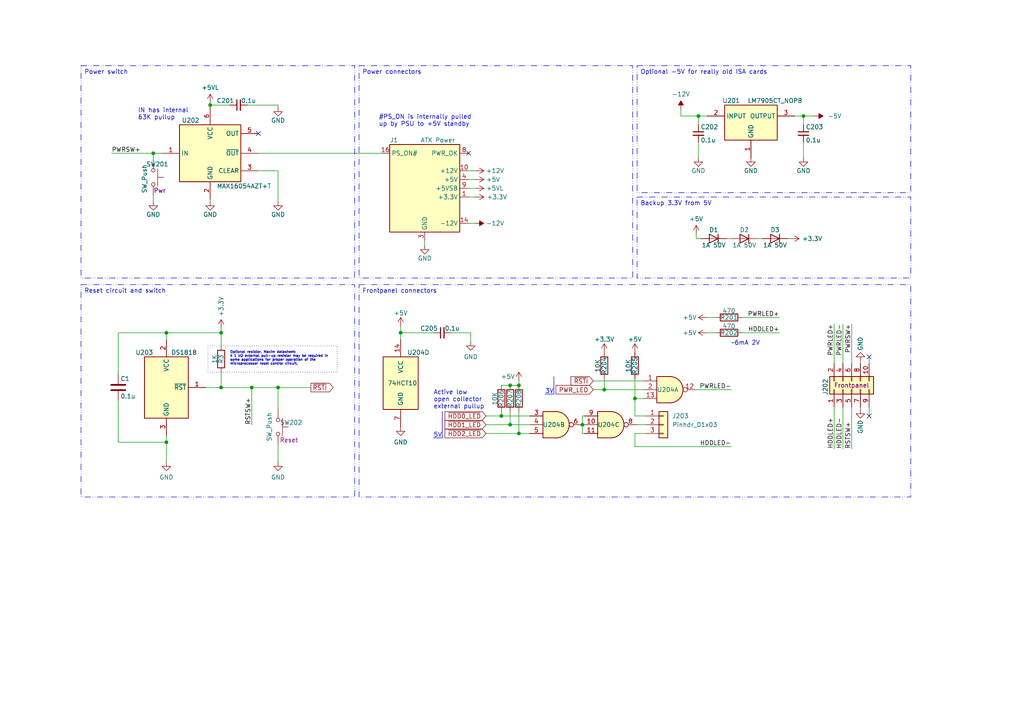
<source format=kicad_sch>
(kicad_sch (version 20230121) (generator eeschema)
  (paper "A4")
  (title_block (title "Raven 68060") (date "2024") (rev "A0") (company "Licensed under CERN-OHL-W v2") (comment 1 "(c)2024 Anders Granlund"))
  (lib_symbols
    (symbol "68k:ATX_pwr24"
      (property "Reference" "J" (at -8.89 13.97 0))
      (property "Value" "ATX Power" (at 3.81 13.97 0))
      (symbol "ATX_pwr24_0_1"
        (rectangle (start -10.16 12.7) (end 10.16 -12.7) (stroke (width 0.254)) (fill (type background)))
      )
      (symbol "ATX_pwr24_1_1"
        (pin power_out line (at 12.7 -2.54 180) (length 2.54) (name "+3.3V") (number "1"))
        (pin power_out line (at 12.7 5.08 180) (length 2.54) (name "+12V") (number "10"))
        (pin passive line (at 12.7 5.08 180) (length 2.54) hide (name "+12V") (number "11"))
        (pin passive line (at 12.7 -2.54 180) (length 2.54) hide (name "+3.3V") (number "12"))
        (pin passive line (at 12.7 -2.54 180) (length 2.54) hide (name "+3.3V") (number "13"))
        (pin power_out line (at 12.7 -10.16 180) (length 2.54) (name "-12V") (number "14"))
        (pin passive line (at 0 -15.24 90) (length 2.54) hide (name "GND") (number "15"))
        (pin open_collector line (at -12.7 10.16 0) (length 2.54) (name "PS_ON#") (number "16"))
        (pin passive line (at 0 -15.24 90) (length 2.54) hide (name "GND") (number "17"))
        (pin passive line (at 0 -15.24 90) (length 2.54) hide (name "GND") (number "18"))
        (pin passive line (at 0 -15.24 90) (length 2.54) hide (name "GND") (number "19"))
        (pin passive line (at 12.7 -2.54 180) (length 2.54) hide (name "+3.3V") (number "2"))
        (pin no_connect line (at -10.16 0 0) (length 2.54) hide (name "NC") (number "20"))
        (pin passive line (at 12.7 2.54 180) (length 2.54) hide (name "+5V") (number "21"))
        (pin passive line (at 12.7 2.54 180) (length 2.54) hide (name "+5V") (number "22"))
        (pin passive line (at 12.7 2.54 180) (length 2.54) hide (name "+5V") (number "23"))
        (pin passive line (at 0 -15.24 90) (length 2.54) hide (name "GND") (number "24"))
        (pin power_out line (at 0 -15.24 90) (length 2.54) (name "GND") (number "3"))
        (pin power_out line (at 12.7 2.54 180) (length 2.54) (name "+5V") (number "4"))
        (pin passive line (at 0 -15.24 90) (length 2.54) hide (name "GND") (number "5"))
        (pin passive line (at 12.7 2.54 180) (length 2.54) hide (name "+5V") (number "6"))
        (pin passive line (at 0 -15.24 90) (length 2.54) hide (name "GND") (number "7"))
        (pin output line (at 12.7 10.16 180) (length 2.54) (name "PWR_OK") (number "8"))
        (pin power_out line (at 12.7 0 180) (length 2.54) (name "+5VSB") (number "9"))
      )
    )
    (symbol "68k:DS1818-10+T&R"
      (property "Reference" "U" (at 5.08 5.08 0))
      (property "Value" "DS1818" (at 6.35 -10.16 90))
      (symbol "DS1818-10+T&R_1_1"
        (rectangle (start 5.08 2.54) (end 17.78 -15.24) (stroke (width 0.254)) (fill (type background)))
        (pin open_collector line (at 22.86 -6.35 180) (length 5.08) (name "~{RST}") (number "1"))
        (pin power_in line (at 11.43 7.62 270) (length 5.08) (name "VCC") (number "2"))
        (pin power_in line (at 11.43 -20.32 90) (length 5.08) (name "GND") (number "3"))
      )
    )
    (symbol "68k:LM7905CT_NOPB"
      (property "Reference" "U" (at 21.59 7.62 0))
      (property "Value" "LM7905CT_NOPB" (at 21.59 5.08 0))
      (symbol "LM7905CT_NOPB_1_1"
        (rectangle (start 5.08 2.54) (end 20.32 -7.62) (stroke (width 0.254)) (fill (type background)))
        (pin passive line (at 12.7 -12.7 90) (length 5.08) (name "GND") (number "1"))
        (pin passive line (at 0 -0.635 0) (length 5.08) (name "INPUT") (number "2"))
        (pin passive line (at 25.4 -0.635 180) (length 5.08) (name "OUTPUT") (number "3"))
      )
    )
    (symbol "68k:MAX16054AZT+T"
      (property "Reference" "U" (at 26.67 7.62 0))
      (property "Value" "MAX16054AZT+T" (at 26.67 5.08 0))
      (symbol "MAX16054AZT+T_1_1"
        (rectangle (start 7.62 2.54) (end 25.4 -13.97) (stroke (width 0.254)) (fill (type background)))
        (pin passive line (at 2.54 -5.715 0) (length 5.08) (name "IN") (number "1"))
        (pin passive line (at 16.51 -19.05 90) (length 5.08) (name "GND") (number "2"))
        (pin passive line (at 30.48 -10.795 180) (length 5.08) (name "CLEAR") (number "3"))
        (pin passive line (at 30.48 -5.715 180) (length 5.08) (name "~{OUT}") (number "4"))
        (pin passive line (at 30.48 0 180) (length 5.08) (name "OUT") (number "5"))
        (pin passive line (at 16.51 7.62 270) (length 5.08) (name "VCC") (number "6"))
      )
    )
    (symbol "68k:c_100nf_smd1206" (pin_numbers hide) (pin_names (offset 0.254) hide)
      (property "Reference" "C" (at 0.635 1.905 0))
      (property "Value" "0.1u" (at 0.635 -1.905 0))
      (symbol "c_100nf_smd1206_0_1"
        (polyline (pts (xy -1.524 -0.508) (xy 1.524 -0.508)) (stroke (width 0.3302)))
        (polyline (pts (xy -1.524 0.508) (xy 1.524 0.508)) (stroke (width 0.3048)))
      )
      (symbol "c_100nf_smd1206_1_1"
        (pin passive line (at 0 2.54 270) (length 2.032) (name "~") (number "1"))
        (pin passive line (at 0 -2.54 90) (length 2.032) (name "~") (number "2"))
      )
    )
    (symbol "68k:d_1n4001_smd123f" (pin_numbers hide) (pin_names (offset 1.016) hide)
      (property "Reference" "D" (at 0 2.54 0))
      (property "Value" "1A 50V" (at 0 -2.54 0))
      (symbol "d_1n4001_smd123f_0_1"
        (polyline (pts (xy -1.27 1.27) (xy -1.27 -1.27)) (stroke (width 0.254)))
        (polyline (pts (xy 1.27 0) (xy -1.27 0)))
        (polyline (pts (xy 1.27 1.27) (xy 1.27 -1.27) (xy -1.27 0) (xy 1.27 1.27)) (stroke (width 0.254)))
      )
      (symbol "d_1n4001_smd123f_1_1"
        (pin passive line (at -3.81 0 0) (length 2.54) (name "K") (number "1"))
        (pin passive line (at 3.81 0 180) (length 2.54) (name "A") (number "2"))
      )
    )
    (symbol "74xx:74LS10" (pin_names (offset 1.016))
      (property "Reference" "U" (at 0 1.27 0))
      (property "Value" "74LS10" (at 0 -1.27 0))
      (symbol "74LS10_1_1"
        (arc (start 0 -3.81) (mid 3.7934 0) (end 0 3.81) (stroke (width 0.254)) (fill (type background)))
        (polyline (pts (xy 0 3.81) (xy -3.81 3.81) (xy -3.81 -3.81) (xy 0 -3.81)) (stroke (width 0.254)) (fill (type background)))
        (pin input line (at -7.62 2.54 0) (length 3.81) (name "~") (number "1"))
        (pin output inverted (at 7.62 0 180) (length 3.81) (name "~") (number "12"))
        (pin input line (at -7.62 -2.54 0) (length 3.81) (name "~") (number "13"))
        (pin input line (at -7.62 0 0) (length 3.81) (name "~") (number "2"))
      )
      (symbol "74LS10_1_2"
        (arc (start -3.81 -3.81) (mid -2.589 0) (end -3.81 3.81) (stroke (width 0.254)))
        (arc (start -0.6096 -3.81) (mid 2.1842 -2.5851) (end 3.81 0) (stroke (width 0.254)) (fill (type background)))
        (polyline (pts (xy -3.81 -3.81) (xy -0.635 -3.81)) (stroke (width 0.254)) (fill (type background)))
        (polyline (pts (xy -3.81 3.81) (xy -0.635 3.81)) (stroke (width 0.254)) (fill (type background)))
        (polyline (pts (xy -0.635 3.81) (xy -3.81 3.81) (xy -3.81 3.81) (xy -3.556 3.4036) (xy -3.0226 2.2606) (xy -2.6924 1.0414) (xy -2.6162 -0.254) (xy -2.7686 -1.4986) (xy -3.175 -2.7178) (xy -3.81 -3.81) (xy -3.81 -3.81) (xy -0.635 -3.81)) (stroke (width -25.4)) (fill (type background)))
        (arc (start 3.81 0) (mid 2.1915 2.5936) (end -0.6096 3.81) (stroke (width 0.254)) (fill (type background)))
        (pin input inverted (at -7.62 2.54 0) (length 4.318) (name "~") (number "1"))
        (pin output line (at 7.62 0 180) (length 3.81) (name "~") (number "12"))
        (pin input inverted (at -7.62 -2.54 0) (length 4.318) (name "~") (number "13"))
        (pin input inverted (at -7.62 0 0) (length 4.953) (name "~") (number "2"))
      )
      (symbol "74LS10_2_1"
        (arc (start 0 -3.81) (mid 3.7934 0) (end 0 3.81) (stroke (width 0.254)) (fill (type background)))
        (polyline (pts (xy 0 3.81) (xy -3.81 3.81) (xy -3.81 -3.81) (xy 0 -3.81)) (stroke (width 0.254)) (fill (type background)))
        (pin input line (at -7.62 2.54 0) (length 3.81) (name "~") (number "3"))
        (pin input line (at -7.62 0 0) (length 3.81) (name "~") (number "4"))
        (pin input line (at -7.62 -2.54 0) (length 3.81) (name "~") (number "5"))
        (pin output inverted (at 7.62 0 180) (length 3.81) (name "~") (number "6"))
      )
      (symbol "74LS10_2_2"
        (arc (start -3.81 -3.81) (mid -2.589 0) (end -3.81 3.81) (stroke (width 0.254)))
        (arc (start -0.6096 -3.81) (mid 2.1842 -2.5851) (end 3.81 0) (stroke (width 0.254)) (fill (type background)))
        (polyline (pts (xy -3.81 -3.81) (xy -0.635 -3.81)) (stroke (width 0.254)) (fill (type background)))
        (polyline (pts (xy -3.81 3.81) (xy -0.635 3.81)) (stroke (width 0.254)) (fill (type background)))
        (polyline (pts (xy -0.635 3.81) (xy -3.81 3.81) (xy -3.81 3.81) (xy -3.556 3.4036) (xy -3.0226 2.2606) (xy -2.6924 1.0414) (xy -2.6162 -0.254) (xy -2.7686 -1.4986) (xy -3.175 -2.7178) (xy -3.81 -3.81) (xy -3.81 -3.81) (xy -0.635 -3.81)) (stroke (width -25.4)) (fill (type background)))
        (arc (start 3.81 0) (mid 2.1915 2.5936) (end -0.6096 3.81) (stroke (width 0.254)) (fill (type background)))
        (pin input inverted (at -7.62 2.54 0) (length 4.318) (name "~") (number "3"))
        (pin input inverted (at -7.62 0 0) (length 4.953) (name "~") (number "4"))
        (pin input inverted (at -7.62 -2.54 0) (length 4.318) (name "~") (number "5"))
        (pin output line (at 7.62 0 180) (length 3.81) (name "~") (number "6"))
      )
      (symbol "74LS10_3_1"
        (arc (start 0 -3.81) (mid 3.7934 0) (end 0 3.81) (stroke (width 0.254)) (fill (type background)))
        (polyline (pts (xy 0 3.81) (xy -3.81 3.81) (xy -3.81 -3.81) (xy 0 -3.81)) (stroke (width 0.254)) (fill (type background)))
        (pin input line (at -7.62 0 0) (length 3.81) (name "~") (number "10"))
        (pin input line (at -7.62 -2.54 0) (length 3.81) (name "~") (number "11"))
        (pin output inverted (at 7.62 0 180) (length 3.81) (name "~") (number "8"))
        (pin input line (at -7.62 2.54 0) (length 3.81) (name "~") (number "9"))
      )
      (symbol "74LS10_3_2"
        (arc (start -3.81 -3.81) (mid -2.589 0) (end -3.81 3.81) (stroke (width 0.254)))
        (arc (start -0.6096 -3.81) (mid 2.1842 -2.5851) (end 3.81 0) (stroke (width 0.254)) (fill (type background)))
        (polyline (pts (xy -3.81 -3.81) (xy -0.635 -3.81)) (stroke (width 0.254)) (fill (type background)))
        (polyline (pts (xy -3.81 3.81) (xy -0.635 3.81)) (stroke (width 0.254)) (fill (type background)))
        (polyline (pts (xy -0.635 3.81) (xy -3.81 3.81) (xy -3.81 3.81) (xy -3.556 3.4036) (xy -3.0226 2.2606) (xy -2.6924 1.0414) (xy -2.6162 -0.254) (xy -2.7686 -1.4986) (xy -3.175 -2.7178) (xy -3.81 -3.81) (xy -3.81 -3.81) (xy -0.635 -3.81)) (stroke (width -25.4)) (fill (type background)))
        (arc (start 3.81 0) (mid 2.1915 2.5936) (end -0.6096 3.81) (stroke (width 0.254)) (fill (type background)))
        (pin input inverted (at -7.62 0 0) (length 4.953) (name "~") (number "10"))
        (pin input inverted (at -7.62 -2.54 0) (length 4.318) (name "~") (number "11"))
        (pin output line (at 7.62 0 180) (length 3.81) (name "~") (number "8"))
        (pin input inverted (at -7.62 2.54 0) (length 4.318) (name "~") (number "9"))
      )
      (symbol "74LS10_4_0"
        (pin power_in line (at 0 12.7 270) (length 5.08) (name "VCC") (number "14"))
        (pin power_in line (at 0 -12.7 90) (length 5.08) (name "GND") (number "7"))
      )
      (symbol "74LS10_4_1"
        (rectangle (start -5.08 7.62) (end 5.08 -7.62) (stroke (width 0.254)) (fill (type background)))
      )
    )
    (symbol "Connector_Generic:Conn_01x03" (pin_names (offset 1.016) hide)
      (property "Reference" "J" (at 0 5.08 0))
      (property "Value" "Conn_01x03" (at 0 -5.08 0))
      (symbol "Conn_01x03_1_1"
        (rectangle (start -1.27 -2.413) (end 0 -2.667) (stroke (width 0.1524)))
        (rectangle (start -1.27 0.127) (end 0 -0.127) (stroke (width 0.1524)))
        (rectangle (start -1.27 2.667) (end 0 2.413) (stroke (width 0.1524)))
        (rectangle (start -1.27 3.81) (end 1.27 -3.81) (stroke (width 0.254)) (fill (type background)))
        (pin passive line (at -5.08 2.54 0) (length 3.81) (name "Pin_1") (number "1"))
        (pin passive line (at -5.08 0 0) (length 3.81) (name "Pin_2") (number "2"))
        (pin passive line (at -5.08 -2.54 0) (length 3.81) (name "Pin_3") (number "3"))
      )
    )
    (symbol "Connector_Generic:Conn_02x05_Odd_Even" (pin_names (offset 1.016) hide)
      (property "Reference" "J" (at 1.27 7.62 0))
      (property "Value" "Conn_02x05_Odd_Even" (at 1.27 -7.62 0))
      (symbol "Conn_02x05_Odd_Even_1_1"
        (rectangle (start -1.27 -4.953) (end 0 -5.207) (stroke (width 0.1524)))
        (rectangle (start -1.27 -2.413) (end 0 -2.667) (stroke (width 0.1524)))
        (rectangle (start -1.27 0.127) (end 0 -0.127) (stroke (width 0.1524)))
        (rectangle (start -1.27 2.667) (end 0 2.413) (stroke (width 0.1524)))
        (rectangle (start -1.27 5.207) (end 0 4.953) (stroke (width 0.1524)))
        (rectangle (start -1.27 6.35) (end 3.81 -6.35) (stroke (width 0.254)) (fill (type background)))
        (rectangle (start 3.81 -4.953) (end 2.54 -5.207) (stroke (width 0.1524)))
        (rectangle (start 3.81 -2.413) (end 2.54 -2.667) (stroke (width 0.1524)))
        (rectangle (start 3.81 0.127) (end 2.54 -0.127) (stroke (width 0.1524)))
        (rectangle (start 3.81 2.667) (end 2.54 2.413) (stroke (width 0.1524)))
        (rectangle (start 3.81 5.207) (end 2.54 4.953) (stroke (width 0.1524)))
        (pin passive line (at -5.08 5.08 0) (length 3.81) (name "Pin_1") (number "1"))
        (pin passive line (at 7.62 -5.08 180) (length 3.81) (name "Pin_10") (number "10"))
        (pin passive line (at 7.62 5.08 180) (length 3.81) (name "Pin_2") (number "2"))
        (pin passive line (at -5.08 2.54 0) (length 3.81) (name "Pin_3") (number "3"))
        (pin passive line (at 7.62 2.54 180) (length 3.81) (name "Pin_4") (number "4"))
        (pin passive line (at -5.08 0 0) (length 3.81) (name "Pin_5") (number "5"))
        (pin passive line (at 7.62 0 180) (length 3.81) (name "Pin_6") (number "6"))
        (pin passive line (at -5.08 -2.54 0) (length 3.81) (name "Pin_7") (number "7"))
        (pin passive line (at 7.62 -2.54 180) (length 3.81) (name "Pin_8") (number "8"))
        (pin passive line (at -5.08 -5.08 0) (length 3.81) (name "Pin_9") (number "9"))
      )
    )
    (symbol "Device:C" (pin_numbers hide) (pin_names (offset 0.254))
      (property "Reference" "C" (at 0.635 2.54 0))
      (property "Value" "C" (at 0.635 -2.54 0))
      (symbol "C_0_1"
        (polyline (pts (xy -2.032 -0.762) (xy 2.032 -0.762)) (stroke (width 0.508)))
        (polyline (pts (xy -2.032 0.762) (xy 2.032 0.762)) (stroke (width 0.508)))
      )
      (symbol "C_1_1"
        (pin passive line (at 0 3.81 270) (length 2.794) (name "~") (number "1"))
        (pin passive line (at 0 -3.81 90) (length 2.794) (name "~") (number "2"))
      )
    )
    (symbol "Device:R" (pin_numbers hide) (pin_names (offset 0))
      (property "Reference" "R" (at 2.032 0 90))
      (property "Value" "R" (at 0 0 90))
      (symbol "R_0_1"
        (rectangle (start -1.016 -2.54) (end 1.016 2.54) (stroke (width 0.254)))
      )
      (symbol "R_1_1"
        (pin passive line (at 0 3.81 270) (length 1.27) (name "~") (number "1"))
        (pin passive line (at 0 -3.81 90) (length 1.27) (name "~") (number "2"))
      )
    )
    (symbol "Switch:SW_Push" (pin_numbers hide) (pin_names (offset 1.016) hide)
      (property "Reference" "SW" (at 1.27 2.54 0))
      (property "Value" "SW_Push" (at 0 -1.524 0))
      (symbol "SW_Push_0_1"
        (circle (center -2.032 0) (radius 0.508))
        (polyline (pts (xy 0 1.27) (xy 0 3.048)))
        (polyline (pts (xy 2.54 1.27) (xy -2.54 1.27)))
        (circle (center 2.032 0) (radius 0.508))
        (pin passive line (at -5.08 0 0) (length 2.54) (name "1") (number "1"))
        (pin passive line (at 5.08 0 180) (length 2.54) (name "2") (number "2"))
      )
    )
    (symbol "power:+12V" (power) (pin_names (offset 0))
      (property "Value" "+12V" (at 0 3.556 0))
      (symbol "+12V_0_1"
        (polyline (pts (xy -0.762 1.27) (xy 0 2.54)))
        (polyline (pts (xy 0 0) (xy 0 2.54)))
        (polyline (pts (xy 0 2.54) (xy 0.762 1.27)))
      )
      (symbol "+12V_1_1"
        (pin power_in line (at 0 0 90) (length 0) hide (name "+12V") (number "1"))
      )
    )
    (symbol "power:+3.3V" (power) (pin_names (offset 0))
      (property "Value" "+3.3V" (at 0 3.556 0))
      (symbol "+3.3V_0_1"
        (polyline (pts (xy -0.762 1.27) (xy 0 2.54)))
        (polyline (pts (xy 0 0) (xy 0 2.54)))
        (polyline (pts (xy 0 2.54) (xy 0.762 1.27)))
      )
      (symbol "+3.3V_1_1"
        (pin power_in line (at 0 0 90) (length 0) hide (name "+3.3V") (number "1"))
      )
    )
    (symbol "power:+5V" (power) (pin_names (offset 0))
      (property "Value" "+5V" (at 0 3.556 0))
      (symbol "+5V_0_1"
        (polyline (pts (xy -0.762 1.27) (xy 0 2.54)))
        (polyline (pts (xy 0 0) (xy 0 2.54)))
        (polyline (pts (xy 0 2.54) (xy 0.762 1.27)))
      )
      (symbol "+5V_1_1"
        (pin power_in line (at 0 0 90) (length 0) hide (name "+5V") (number "1"))
      )
    )
    (symbol "power:+5VL" (power) (pin_names (offset 0))
      (property "Value" "+5VL" (at 0 3.556 0))
      (symbol "+5VL_0_1"
        (polyline (pts (xy -0.762 1.27) (xy 0 2.54)))
        (polyline (pts (xy 0 0) (xy 0 2.54)))
        (polyline (pts (xy 0 2.54) (xy 0.762 1.27)))
      )
      (symbol "+5VL_1_1"
        (pin power_in line (at 0 0 90) (length 0) hide (name "+5VL") (number "1"))
      )
    )
    (symbol "power:-12V" (power) (pin_names (offset 0))
      (property "Value" "-12V" (at 0 3.81 0))
      (symbol "-12V_0_0"
        (pin power_in line (at 0 0 90) (length 0) hide (name "-12V") (number "1"))
      )
      (symbol "-12V_0_1"
        (polyline (pts (xy 0 0) (xy 0 1.27) (xy 0.762 1.27) (xy 0 2.54) (xy -0.762 1.27) (xy 0 1.27)) (fill (type outline)))
      )
    )
    (symbol "power:-5V" (power) (pin_names (offset 0))
      (property "Value" "-5V" (at 0 3.81 0))
      (symbol "-5V_0_0"
        (pin power_in line (at 0 0 90) (length 0) hide (name "-5V") (number "1"))
      )
      (symbol "-5V_0_1"
        (polyline (pts (xy 0 0) (xy 0 1.27) (xy 0.762 1.27) (xy 0 2.54) (xy -0.762 1.27) (xy 0 1.27)) (fill (type outline)))
      )
    )
    (symbol "power:GND" (power) (pin_names (offset 0))
      (property "Value" "GND" (at 0 -3.81 0))
      (symbol "GND_0_1"
        (polyline (pts (xy 0 0) (xy 0 -1.27) (xy 1.27 -1.27) (xy 0 -2.54) (xy -1.27 -1.27) (xy 0 -1.27)))
      )
      (symbol "GND_1_1"
        (pin power_in line (at 0 0 270) (length 0) hide (name "GND") (number "1"))
      )
    )
  )
  (junction (at 150.495 111.76))
  (junction (at 168.91 123.19))
  (junction (at 147.955 111.76))
  (junction (at 175.26 113.03))
  (junction (at 145.415 120.65))
  (junction (at 73.025 112.395))
  (junction (at 48.26 96.52))
  (junction (at 202.565 33.655))
  (junction (at 184.15 115.57))
  (junction (at 44.45 44.45))
  (junction (at 233.045 33.655))
  (junction (at 150.495 125.73))
  (junction (at 60.96 30.48))
  (junction (at 116.205 96.52))
  (junction (at 64.135 96.52))
  (junction (at 48.26 128.27))
  (junction (at 80.645 112.395))
  (junction (at 147.955 123.19))
  (junction (at 64.135 112.395))
  (no_connect (at 74.93 38.735))
  (no_connect (at 135.89 44.45))
  (no_connect (at 252.095 103.505))
  (no_connect (at 252.095 120.65))
  (wire (pts (xy 202.565 41.275) (xy 202.565 45.72)))
  (wire (pts (xy 34.29 96.52) (xy 48.26 96.52)))
  (wire (pts (xy 135.89 49.53) (xy 137.795 49.53)))
  (wire (pts (xy 123.19 69.85) (xy 123.19 71.12)))
  (wire (pts (xy 215.265 96.52) (xy 226.06 96.52)))
  (wire (pts (xy 147.955 111.76) (xy 150.495 111.76)))
  (wire (pts (xy 150.495 125.73) (xy 153.67 125.73)))
  (wire (pts (xy 197.485 33.655) (xy 197.485 31.75)))
  (wire (pts (xy 60.96 29.845) (xy 60.96 30.48)))
  (wire (pts (xy 150.495 110.49) (xy 150.495 111.76)))
  (wire (pts (xy 202.565 33.655) (xy 202.565 36.195)))
  (wire (pts (xy 80.645 30.48) (xy 80.645 31.115)))
  (wire (pts (xy 247.015 118.11) (xy 247.015 130.175)))
  (wire (pts (xy 244.475 93.98) (xy 244.475 105.41)))
  (wire (pts (xy 168.91 123.19) (xy 168.91 125.73)))
  (wire (pts (xy 46.99 44.45) (xy 44.45 44.45)))
  (wire (pts (xy 184.15 125.73) (xy 184.15 129.54)))
  (wire (pts (xy 116.205 94.615) (xy 116.205 96.52)))
  (wire (pts (xy 249.555 118.11) (xy 249.555 118.745)))
  (wire (pts (xy 130.81 96.52) (xy 136.525 96.52)))
  (wire (pts (xy 136.525 96.52) (xy 136.525 99.06)))
  (wire (pts (xy 44.45 44.45) (xy 44.45 46.355)))
  (wire (pts (xy 74.93 49.53) (xy 80.645 49.53)))
  (wire (pts (xy 60.96 30.48) (xy 66.675 30.48)))
  (wire (pts (xy 80.645 128.905) (xy 80.645 133.985)))
  (wire (pts (xy 172.085 110.49) (xy 186.69 110.49)))
  (wire (pts (xy 64.135 95.25) (xy 64.135 96.52)))
  (wire (pts (xy 207.645 96.52) (xy 205.105 96.52)))
  (wire (pts (xy 64.135 112.395) (xy 73.025 112.395)))
  (wire (pts (xy 244.475 118.11) (xy 244.475 130.175)))
  (wire (pts (xy 175.26 113.03) (xy 186.69 113.03)))
  (wire (pts (xy 228.6 69.215) (xy 229.235 69.215)))
  (wire (pts (xy 73.025 112.395) (xy 73.025 123.19)))
  (wire (pts (xy 60.96 57.785) (xy 60.96 58.42)))
  (wire (pts (xy 184.15 115.57) (xy 186.69 115.57)))
  (wire (pts (xy 233.045 33.655) (xy 236.22 33.655)))
  (wire (pts (xy 80.645 112.395) (xy 80.645 118.745)))
  (wire (pts (xy 60.96 30.48) (xy 60.96 31.115)))
  (wire (pts (xy 145.415 111.76) (xy 147.955 111.76)))
  (wire (pts (xy 64.135 96.52) (xy 48.26 96.52)))
  (wire (pts (xy 169.545 120.65) (xy 168.91 120.65)))
  (wire (pts (xy 210.82 69.215) (xy 212.09 69.215)))
  (wire (pts (xy 32.385 44.45) (xy 44.45 44.45)))
  (wire (pts (xy 34.29 116.205) (xy 34.29 128.27)))
  (wire (pts (xy 80.645 49.53) (xy 80.645 58.42)))
  (wire (pts (xy 147.955 123.19) (xy 153.67 123.19)))
  (wire (pts (xy 48.26 126.365) (xy 48.26 128.27)))
  (wire (pts (xy 215.265 92.075) (xy 226.06 92.075)))
  (wire (pts (xy 184.785 123.19) (xy 187.325 123.19)))
  (wire (pts (xy 150.495 119.38) (xy 150.495 125.73)))
  (wire (pts (xy 73.025 112.395) (xy 80.645 112.395)))
  (wire (pts (xy 205.105 33.655) (xy 202.565 33.655)))
  (wire (pts (xy 247.015 93.98) (xy 247.015 105.41)))
  (wire (pts (xy 241.935 93.98) (xy 241.935 105.41)))
  (wire (pts (xy 241.935 118.11) (xy 241.935 130.175)))
  (wire (pts (xy 202.565 33.655) (xy 197.485 33.655)))
  (wire (pts (xy 201.93 69.215) (xy 201.93 67.945)))
  (wire (pts (xy 219.71 69.215) (xy 220.98 69.215)))
  (wire (pts (xy 59.69 112.395) (xy 64.135 112.395)))
  (wire (pts (xy 135.89 57.15) (xy 137.795 57.15)))
  (wire (pts (xy 184.15 109.855) (xy 184.15 115.57)))
  (wire (pts (xy 140.97 120.65) (xy 145.415 120.65)))
  (wire (pts (xy 252.095 120.65) (xy 252.095 118.11)))
  (wire (pts (xy 203.2 69.215) (xy 201.93 69.215)))
  (wire (pts (xy 145.415 120.65) (xy 153.67 120.65)))
  (wire (pts (xy 44.45 56.515) (xy 44.45 58.42)))
  (wire (pts (xy 168.91 125.73) (xy 169.545 125.73)))
  (wire (pts (xy 140.97 125.73) (xy 150.495 125.73)))
  (wire (pts (xy 175.26 109.855) (xy 175.26 113.03)))
  (wire (pts (xy 135.89 54.61) (xy 137.795 54.61)))
  (wire (pts (xy 48.26 128.27) (xy 48.26 133.985)))
  (wire (pts (xy 233.045 41.275) (xy 233.045 45.72)))
  (wire (pts (xy 116.205 96.52) (xy 116.205 98.425)))
  (wire (pts (xy 249.555 104.775) (xy 249.555 105.41)))
  (wire (pts (xy 233.045 33.655) (xy 233.045 36.195)))
  (wire (pts (xy 168.91 123.19) (xy 169.545 123.19)))
  (wire (pts (xy 230.505 33.655) (xy 233.045 33.655)))
  (wire (pts (xy 187.325 120.65) (xy 184.15 120.65)))
  (wire (pts (xy 64.135 107.95) (xy 64.135 112.395)))
  (wire (pts (xy 252.095 103.505) (xy 252.095 105.41)))
  (wire (pts (xy 48.26 96.52) (xy 48.26 98.425)))
  (wire (pts (xy 187.325 125.73) (xy 184.15 125.73)))
  (wire (pts (xy 201.93 113.03) (xy 212.09 113.03)))
  (wire (pts (xy 140.97 123.19) (xy 147.955 123.19)))
  (wire (pts (xy 116.205 96.52) (xy 125.73 96.52)))
  (wire (pts (xy 147.955 119.38) (xy 147.955 123.19)))
  (wire (pts (xy 168.91 120.65) (xy 168.91 123.19)))
  (wire (pts (xy 184.15 129.54) (xy 212.09 129.54)))
  (wire (pts (xy 64.135 96.52) (xy 64.135 100.33)))
  (wire (pts (xy 184.15 120.65) (xy 184.15 115.57)))
  (wire (pts (xy 34.29 128.27) (xy 48.26 128.27)))
  (wire (pts (xy 172.085 113.03) (xy 175.26 113.03)))
  (wire (pts (xy 207.645 92.075) (xy 205.105 92.075)))
  (wire (pts (xy 34.29 108.585) (xy 34.29 96.52)))
  (wire (pts (xy 135.89 52.07) (xy 137.795 52.07)))
  (wire (pts (xy 145.415 119.38) (xy 145.415 120.65)))
  (wire (pts (xy 135.89 64.77) (xy 137.795 64.77)))
  (wire (pts (xy 80.645 112.395) (xy 90.17 112.395)))
  (wire (pts (xy 74.93 44.45) (xy 110.49 44.45)))
  (wire (pts (xy 71.755 30.48) (xy 80.645 30.48)))
  (rectangle (start 60.96 100.965) (end 60.96 100.965))
  (rectangle (start 60.325 100.33) (end 97.79 107.95) (stroke (width 0) (type dot)))
  (rectangle (start 125.73 127) (end 128.27 127))
  (rectangle (start 128.27 119.38) (end 128.27 127))
  (rectangle (start 158.115 114.3) (end 160.655 114.3))
  (rectangle (start 160.655 109.22) (end 160.655 114.3))
  (text_box "Power connectors" (at 104.14 19.05 0) (size 79.375 61.595) (stroke (width 0) (type dash_dot_dot)) (effects (font (size 1.27 1.27)) (justify left top)))
  (text_box "Optional -5V for really old ISA cards" (at 184.785 19.05 0) (size 79.375 36.83) (stroke (width 0) (type dash_dot_dot)) (effects (font (size 1.27 1.27)) (justify left top)))
  (text_box "Reset circuit and switch" (at 23.495 82.55 0) (size 79.375 61.595) (stroke (width 0) (type dash_dot_dot)) (effects (font (size 1.27 1.27)) (justify left top)))
  (text_box "Backup 3.3V from 5V" (at 184.785 57.15 0) (size 79.375 23.495) (stroke (width 0) (type dash_dot_dot)) (effects (font (size 1.27 1.27)) (justify left top)))
  (text_box "Frontpanel connectors" (at 104.14 82.55 0) (size 160.02 61.595) (stroke (width 0) (type dash_dot_dot)) (effects (font (size 1.27 1.27)) (justify left top)))
  (text_box "Power switch" (at 23.495 19.05 0) (size 79.375 61.595) (stroke (width 0) (type dash_dot_dot)) (effects (font (size 1.27 1.27)) (justify left top)))
  (text "~6mA 2V" (at 212.09 100.33 0) (effects (font (size 1.27 1.27)) (justify left bottom)))
  (text "IN has internal\n63K pullup" (at 40.005 34.925 0) (effects (font (size 1.27 1.27)) (justify left bottom)))
  (text "3V" (at 158.115 114.3 0) (effects (font (size 1.27 1.27)) (justify left bottom)))
  (text "Active low\nopen collector\nexternal pullup" (at 125.73 118.745 0) (effects (font (size 1.27 1.27)) (justify left bottom)))
  (text "#PS_ON is internally pulled\nup by PSU to +5V standby" (at 109.855 36.83 0) (effects (font (size 1.27 1.27)) (justify left bottom)))
  (text "Optional resistor, Maxim datasheet:\nA 1 kΩ external pull-up resistor may be required in\nsome applications for proper operation of the\nmicroprocessor reset control circuit." (at 66.675 106.045 0) (effects (font (size 0.7 0.7)) (justify left bottom)))
  (text "5V" (at 125.73 127 0) (effects (font (size 1.27 1.27)) (justify left bottom)))
  (label "HDDLED-" (at 212.09 129.54 180))
  (label "PWRLED+" (at 241.935 93.98 270))
  (label "PWRLED-" (at 212.09 113.03 180))
  (label "PWRLED-" (at 244.475 93.98 270))
  (label "HDDLED+" (at 241.935 130.175 90))
  (label "HDDLED+" (at 226.06 96.52 180))
  (label "RSTSW+" (at 247.015 130.175 90))
  (label "HDDLED-" (at 244.475 130.175 90))
  (label "RSTSW+" (at 73.025 123.19 90))
  (label "PWRSW+" (at 32.385 44.45 0))
  (label "PWRLED+" (at 226.06 92.075 180))
  (label "PWRSW+" (at 247.015 93.98 270))
  (global_label "~{HDD0_LED}" (shape input) (at 140.97 120.65 180) (property "Intersheetrefs" "${INTERSHEET_REFS}" (effects hide)))
  (global_label "~{RSTI}" (shape output) (at 90.17 112.395 0) (property "Intersheetrefs" "${INTERSHEET_REFS}" (effects hide)))
  (global_label "~{RSTI}" (shape input) (at 172.085 110.49 180) (property "Intersheetrefs" "${INTERSHEET_REFS}" (effects hide)))
  (global_label "~{HDD2_LED}" (shape input) (at 140.97 125.73 180) (property "Intersheetrefs" "${INTERSHEET_REFS}" (effects hide)))
  (global_label "PWR_LED" (shape input) (at 172.085 113.03 180) (property "Intersheetrefs" "${INTERSHEET_REFS}" (effects hide)))
  (global_label "~{HDD1_LED}" (shape input) (at 140.97 123.19 180) (property "Intersheetrefs" "${INTERSHEET_REFS}" (effects hide)))
  (symbol (lib_id "Switch:SW_Push") (at 80.645 123.825 270) (unit 1)
    (property "Reference" "SW202" (at 84.455 122.555 90))
    (property "Value" "SW_Push" (at 78.105 123.825 0))
    (property "Footprint" "Button_Switch_THT:SW_PUSH_6mm_H4.3mm" (effects hide))
    (property "Name" "Reset" (at 83.82 127.635 90))
    (property "Manufacturer_Name" "Alps Alpine" (effects hide))
    (property "Manufacturer_Part_Number" "SKHHARA010" (effects hide))
  )
  (symbol (lib_id "power:+3.3V") (at 64.135 95.25 0) (mirror y) (unit 1)
    (property "Reference" "#PWR011" (effects hide))
    (property "Value" "+3.3V" (at 64.135 88.9 90))
    (instances (project "raven" (path "" (reference "#PWR011") (unit 1)) (path "" (reference "#PWR0220") (unit 1))))
  )
  (symbol (lib_id "power:+5V") (at 205.105 92.075 90) (unit 1)
    (property "Reference" "#PWR010" (effects hide))
    (property "Value" "+5V" (at 200.025 92.075 90))
    (instances (project "raven" (path "" (reference "#PWR010") (unit 1)) (path "" (reference "#PWR0219") (unit 1))))
  )
  (symbol (lib_id "68k:LM7905CT_NOPB") (at 205.105 33.02 0) (unit 1)
    (property "Reference" "U201" (at 212.09 29.21 0))
    (property "Value" "LM7905CT_NOPB" (at 224.79 29.21 0))
    (property "Footprint" "68k:TO254P470X1028X1955-3P" (effects hide))
    (property "Datasheet" "https://datasheet.datasheetarchive.com/originals/distributors/Datasheets-SFU2/DSASFU100036452.pdf" (effects hide))
    (property "Height" "4.7" (effects hide))
    (property "Mouser Part Number" "926-LM7905CT/NOPB" (effects hide))
    (property "Mouser Price/Stock" "https://www.mouser.co.uk/ProductDetail/Texas-Instruments/LM7905CT-NOPB?qs=QbsRYf82W3EUyxHaqeuxKA%3D%3D" (effects hide))
    (property "Manufacturer_Name" "TI" (effects hide))
    (property "Manufacturer_Part_Number" "LM7905CT/NOPB" (effects hide))
  )
  (symbol (lib_id "power:+5V") (at 205.105 96.52 90) (unit 1)
    (property "Reference" "#PWR010" (effects hide))
    (property "Value" "+5V" (at 200.025 96.52 90))
    (instances (project "raven" (path "" (reference "#PWR010") (unit 1)) (path "" (reference "#PWR0221") (unit 1))))
  )
  (symbol (lib_id "Device:R") (at 184.15 106.045 180) (unit 1)
    (property "Reference" "R205" (at 184.15 103.505 90) (effects (justify left)))
    (property "Value" "10K" (at 182.245 104.14 90) (effects (justify left)))
    (property "Footprint" "Resistor_SMD:R_1206_3216Metric_Pad1.30x1.75mm_HandSolder" (effects hide))
    (property "Manufacturer_Name" "Yageo" (effects hide))
    (property "Manufacturer_Part_Number" "RT1206FRE0710KL" (effects hide))
  )
  (symbol (lib_id "Switch:SW_Push") (at 44.45 51.435 270) (mirror x) (unit 1)
    (property "Reference" "SW201" (at 48.895 47.625 90) (effects (justify right)))
    (property "Value" "SW_Push" (at 41.91 47.625 0) (effects (justify right)))
    (property "Footprint" "Button_Switch_THT:SW_PUSH_6mm_H4.3mm" (effects hide))
    (property "Name" "Pwr" (at 46.355 55.245 90))
    (property "Manufacturer_Name" "Alps Alpine" (effects hide))
    (property "Manufacturer_Part_Number" "SKHHARA010" (effects hide))
  )
  (symbol (lib_id "Device:R") (at 211.455 96.52 90) (unit 1)
    (property "Reference" "R202" (at 213.995 96.52 90) (effects (justify left)))
    (property "Value" "470" (at 213.36 94.615 90) (effects (justify left)))
    (property "Footprint" "Resistor_SMD:R_1206_3216Metric_Pad1.30x1.75mm_HandSolder" (effects hide))
    (property "Manufacturer_Name" "Yageo" (effects hide))
    (property "Manufacturer_Part_Number" "RT1206FRE07470RL" (effects hide))
  )
  (symbol (lib_id "power:GND") (at 136.525 99.06 0) (unit 1)
    (property "Reference" "#PWR020" (effects hide))
    (property "Value" "GND" (at 136.525 103.505 0))
    (instances (project "raven" (path "" (reference "#PWR020") (unit 1)) (path "" (reference "#PWR0231") (unit 1))))
  )
  (symbol (lib_id "68k:MAX16054AZT+T") (at 44.45 38.735 0) (unit 1)
    (property "Reference" "U202" (at 52.705 34.925 0) (effects (justify left)))
    (property "Value" "MAX16054AZT+T" (at 62.865 53.975 0) (effects (justify left)))
    (property "Footprint" "68k:SOT95P275X110-6N" (effects hide))
    (property "Datasheet" "https://datasheet.datasheetarchive.com/originals/distributors/SFDatasheet-4/sf-00087822.pdf" (effects hide))
    (property "Height" "1.1" (effects hide))
    (property "Mouser Part Number" "700-MAX16054AZTT" (effects hide))
    (property "Mouser Price/Stock" "https://www.mouser.co.uk/ProductDetail/Analog-Devices-Maxim-Integrated/MAX16054AZT%2bT?qs=CDqwynd4ZNoG75aAAjGoqQ%3D%3D" (effects hide))
    (property "Manufacturer_Name" "Analog Devices" (effects hide))
    (property "Manufacturer_Part_Number" "MAX16054AZT+T" (effects hide))
  )
  (symbol (lib_id "68k:c_100nf_smd1206") (at 69.215 30.48 90) (unit 1)
    (property "Reference" "C201" (at 67.945 29.21 90) (effects (justify left)))
    (property "Value" "0.1u" (at 74.295 29.21 90) (effects (justify left)))
    (property "Footprint" "Capacitor_SMD:C_1206_3216Metric_Pad1.33x1.80mm_HandSolder" (effects hide))
    (property "Datasheet" "https://www.mouser.se/datasheet/2/447/KEM_C1002_X7R_SMD-3316098.pdf" (effects hide))
    (property "Manufacturer_Name" "Kemet" (effects hide))
    (property "Manufacturer_Part_Number" "C1206C104K5RACTU" (effects hide))
  )
  (symbol (lib_id "power:+5V") (at 150.495 110.49 0) (unit 1)
    (property "Reference" "#PWR010" (effects hide))
    (property "Value" "+5V" (at 147.32 109.22 0))
    (instances (project "raven" (path "" (reference "#PWR010") (unit 1)) (path "" (reference "#PWR0226") (unit 1))))
  )
  (symbol (lib_id "power:-12V") (at 137.795 64.77 270) (unit 1)
    (property "Reference" "#PWR012" (effects hide))
    (property "Value" "-12V" (at 140.97 64.77 90) (effects (justify left)))
    (instances (project "raven" (path "" (reference "#PWR012") (unit 1)) (path "" (reference "#PWR0215") (unit 1))))
  )
  (symbol (lib_id "Device:R") (at 147.955 115.57 180) (unit 1)
    (property "Reference" "R207" (at 147.955 113.03 90) (effects (justify left)))
    (property "Value" "10K" (effects hide))
    (property "Footprint" "Resistor_SMD:R_1206_3216Metric_Pad1.30x1.75mm_HandSolder" (effects hide))
    (property "Manufacturer_Name" "Yageo" (effects hide))
    (property "Manufacturer_Part_Number" "RT1206FRE0710KL" (effects hide))
  )
  (symbol (lib_id "Connector_Generic:Conn_01x03") (at 192.405 123.19 0) (unit 1)
    (property "Reference" "J203" (at 194.945 120.65 0) (effects (justify left)))
    (property "Value" "Pinhdr_01x03" (at 194.945 123.19 0) (effects (justify left)))
    (property "Footprint" "Connector_PinHeader_2.54mm:PinHeader_1x03_P2.54mm_Vertical" (effects hide))
    (property "Manufacturer_Name" "Wurth Elektronik" (effects hide))
    (property "Manufacturer_Part_Number" "61300311121" (effects hide))
  )
  (symbol (lib_id "68k:c_100nf_smd1206") (at 128.27 96.52 90) (unit 1)
    (property "Reference" "C205" (at 127 95.25 90) (effects (justify left)))
    (property "Value" "0.1u" (at 133.35 95.25 90) (effects (justify left)))
    (property "Footprint" "Capacitor_SMD:C_1206_3216Metric_Pad1.33x1.80mm_HandSolder" (effects hide))
    (property "Datasheet" "https://www.mouser.se/datasheet/2/447/KEM_C1002_X7R_SMD-3316098.pdf" (effects hide))
    (property "Manufacturer_Name" "Kemet" (effects hide))
    (property "Manufacturer_Part_Number" "C1206C104K5RACTU" (effects hide))
  )
  (symbol (lib_id "68k:d_1n4001_smd123f") (at 215.9 69.215 0) (mirror y) (unit 1)
    (property "Reference" "D2" (at 215.9 66.675 0))
    (property "Value" "1A 50V" (at 215.9 71.12 0))
    (property "Footprint" "Diode_SMD:D_SOD-123F" (effects hide))
    (property "Datasheet" "https://www.mouser.se/datasheet/2/80/CGRKM4001_HF_Thru__CGRKM4007_HF_RevH-3083814.pdf" (effects hide))
    (property "Manufacturer_Name" "Comchip" (effects hide))
    (property "Manufacturer_Part_Number" "CGRKM4001-HF" (effects hide))
    (instances (project "raven" (path "" (reference "D2") (unit 1)) (path "" (reference "D202") (unit 1))))
  )
  (symbol (lib_id "74xx:74LS10") (at 177.165 123.19 0) (unit 3)
    (property "Reference" "U204" (at 176.53 123.19 0))
    (property "Value" "74HCT10" (effects hide))
    (property "Footprint" "Package_SO:SOIC-14_3.9x8.7mm_P1.27mm" (effects hide))
    (property "Datasheet" "https://www.ti.com/lit/ds/symlink/cd74hct10.pdf?ts=1705337310925&ref_url=https%253A%252F%252Fwww.mouser.se%252F" (effects hide))
    (property "Manufacturer_Name" "TI" (effects hide))
    (property "Manufacturer_Part_Number" "CD74HCT10M96G4" (effects hide))
  )
  (symbol (lib_id "Device:R") (at 64.135 104.14 0) (unit 1)
    (property "Reference" "R3" (at 64.135 104.14 90))
    (property "Value" "1K" (at 62.23 104.14 90))
    (property "Footprint" "Resistor_SMD:R_1206_3216Metric_Pad1.30x1.75mm_HandSolder" (effects hide))
    (property "Manufacturer_Name" "Yageo" (effects hide))
    (property "Manufacturer_Part_Number" "RT1206FRE071KL" (effects hide))
    (instances (project "raven" (path "" (reference "R3") (unit 1)) (path "" (reference "R203") (unit 1))))
  )
  (symbol (lib_id "Connector_Generic:Conn_02x05_Odd_Even") (at 247.015 113.03 90) (unit 1)
    (property "Reference" "J202" (at 239.395 109.855 0) (effects (justify right)))
    (property "Value" "Pinhdr_02x05" (effects hide))
    (property "Footprint" "Connector_PinHeader_2.54mm:PinHeader_2x05_P2.54mm_Vertical" (effects hide))
    (property "Name" "Frontpanel" (at 247.015 111.76 90))
    (property "Manufacturer_Name" "Wurth Elektronik" (effects hide))
    (property "Manufacturer_Part_Number" "61301021121" (effects hide))
  )
  (symbol (lib_id "power:+3.3V") (at 175.26 102.235 0) (mirror y) (unit 1)
    (property "Reference" "#PWR011" (effects hide))
    (property "Value" "+3.3V" (at 175.26 98.425 0))
    (instances (project "raven" (path "" (reference "#PWR011") (unit 1)) (path "" (reference "#PWR0223") (unit 1))))
  )
  (symbol (lib_id "power:+5V") (at 184.15 102.235 0) (unit 1)
    (property "Reference" "#PWR010" (effects hide))
    (property "Value" "+5V" (at 184.15 98.425 0))
    (instances (project "raven" (path "" (reference "#PWR010") (unit 1)) (path "" (reference "#PWR0224") (unit 1))))
  )
  (symbol (lib_id "power:+5V") (at 137.795 52.07 270) (unit 1)
    (property "Reference" "#PWR010" (effects hide))
    (property "Value" "+5V" (at 140.97 52.07 90) (effects (justify left)))
    (instances (project "raven" (path "" (reference "#PWR010") (unit 1)) (path "" (reference "#PWR0209") (unit 1))))
  )
  (symbol (lib_id "Device:R") (at 145.415 115.57 180) (unit 1)
    (property "Reference" "R206" (at 145.415 113.03 90) (effects (justify left)))
    (property "Value" "10K" (at 143.51 113.665 90) (effects (justify left)))
    (property "Footprint" "Resistor_SMD:R_1206_3216Metric_Pad1.30x1.75mm_HandSolder" (effects hide))
    (property "Manufacturer_Name" "Yageo" (effects hide))
    (property "Manufacturer_Part_Number" "RT1206FRE0710KL" (effects hide))
  )
  (symbol (lib_id "power:-12V") (at 197.485 31.75 0) (unit 1)
    (property "Reference" "#PWR012" (effects hide))
    (property "Value" "-12V" (at 197.485 27.305 0))
    (instances (project "raven" (path "" (reference "#PWR012") (unit 1)) (path "" (reference "#PWR0203") (unit 1))))
  )
  (symbol (lib_id "power:+3.3V") (at 137.795 57.15 270) (mirror x) (unit 1)
    (property "Reference" "#PWR011" (effects hide))
    (property "Value" "+3.3V" (at 144.145 57.15 90))
    (instances (project "raven" (path "" (reference "#PWR011") (unit 1)) (path "" (reference "#PWR0211") (unit 1))))
  )
  (symbol (lib_id "power:-5V") (at 236.22 33.655 270) (unit 1)
    (property "Reference" "#PWR0204" (effects hide))
    (property "Value" "-5V" (at 240.03 33.655 90) (effects (justify left)))
  )
  (symbol (lib_id "power:GND") (at 202.565 45.72 0) (unit 1)
    (property "Reference" "#PWR06" (effects hide))
    (property "Value" "GND" (at 202.565 49.53 0))
    (instances (project "raven" (path "" (reference "#PWR06") (unit 1)) (path "" (reference "#PWR0205") (unit 1))))
  )
  (symbol (lib_id "power:GND") (at 249.555 118.745 0) (unit 1)
    (property "Reference" "#PWR020" (effects hide))
    (property "Value" "GND" (at 249.555 123.825 90))
    (instances (project "raven" (path "" (reference "#PWR020") (unit 1)) (path "" (reference "#PWR0227") (unit 1))))
  )
  (symbol (lib_id "power:GND") (at 249.555 104.775 180) (unit 1)
    (property "Reference" "#PWR020" (effects hide))
    (property "Value" "GND" (at 249.555 99.695 90))
    (instances (project "raven" (path "" (reference "#PWR020") (unit 1)) (path "" (reference "#PWR0225") (unit 1))))
  )
  (symbol (lib_id "power:GND") (at 217.805 45.72 0) (unit 1)
    (property "Reference" "#PWR06" (effects hide))
    (property "Value" "GND" (at 217.805 49.53 0))
    (instances (project "raven" (path "" (reference "#PWR06") (unit 1)) (path "" (reference "#PWR0206") (unit 1))))
  )
  (symbol (lib_id "68k:c_100nf_smd1206") (at 233.045 38.735 0) (unit 1)
    (property "Reference" "C203" (at 233.68 36.83 0) (effects (justify left)))
    (property "Value" "0.1u" (at 233.68 40.64 0) (effects (justify left)))
    (property "Footprint" "Capacitor_SMD:C_1206_3216Metric_Pad1.33x1.80mm_HandSolder" (effects hide))
    (property "Datasheet" "https://www.mouser.se/datasheet/2/447/KEM_C1002_X7R_SMD-3316098.pdf" (effects hide))
    (property "Manufacturer_Name" "Kemet" (effects hide))
    (property "Manufacturer_Part_Number" "C1206C104K5RACTU" (effects hide))
  )
  (symbol (lib_id "power:GND") (at 80.645 58.42 0) (unit 1)
    (property "Reference" "#PWR06" (effects hide))
    (property "Value" "GND" (at 80.645 62.23 0))
    (instances (project "raven" (path "" (reference "#PWR06") (unit 1)) (path "" (reference "#PWR0214") (unit 1))))
  )
  (symbol (lib_id "Device:R") (at 150.495 115.57 180) (unit 1)
    (property "Reference" "R208" (at 150.495 113.03 90) (effects (justify left)))
    (property "Value" "10K" (effects hide))
    (property "Footprint" "Resistor_SMD:R_1206_3216Metric_Pad1.30x1.75mm_HandSolder" (effects hide))
    (property "Manufacturer_Name" "Yageo" (effects hide))
    (property "Manufacturer_Part_Number" "RT1206FRE0710KL" (effects hide))
  )
  (symbol (lib_id "68k:ATX_pwr24") (at 123.19 54.61 0) (unit 1)
    (property "Reference" "J1" (at 114.3 40.64 0))
    (property "Value" "ATX Power" (at 127 40.64 0))
    (property "Footprint" "68k:ATX_pwr24" (effects hide))
    (property "Datasheet" "https://www.mouser.se/datasheet/2/418/7/ENG_CD_1775099_J-2019577.pdf" (effects hide))
    (property "Info" "https://www.intel.com/content/dam/www/public/us/en/documents/guides/power-supply-design-guide-june.pdf#page=33" (effects hide))
    (property "Manufacturer_Name" "TE Connectivity" (effects hide))
    (property "Manufacturer_Part_Number" "1-1775099-3" (effects hide))
    (instances (project "raven" (path "" (reference "J1") (unit 1)) (path "" (reference "J201") (unit 1))))
  )
  (symbol (lib_id "power:+12V") (at 137.795 49.53 270) (unit 1)
    (property "Reference" "#PWR09" (effects hide))
    (property "Value" "+12V" (at 140.97 49.53 90) (effects (justify left)))
    (instances (project "raven" (path "" (reference "#PWR09") (unit 1)) (path "" (reference "#PWR0208") (unit 1))))
  )
  (symbol (lib_id "68k:DS1818-10+T&R") (at 36.83 106.045 0) (unit 1)
    (property "Reference" "U203" (at 44.45 102.235 0) (effects (justify right)))
    (property "Value" "DS1818" (at 57.15 102.235 0) (effects (justify right)))
    (property "Footprint" "68k:DS1813" (effects hide))
    (property "Datasheet" "https://www.mouser.se/datasheet/2/609/DS1818-3122611.pdf" (effects hide))
    (property "Mouser Part Number" "700-DS1818-10T&R" (effects hide))
    (property "Manufacturer_Name" "Analog Devices" (effects hide))
    (property "Manufacturer_Part_Number" "DS1818-10+T&R" (effects hide))
  )
  (symbol (lib_id "Device:C") (at 34.29 112.395 0) (unit 1)
    (property "Reference" "C1" (at 34.925 109.855 0) (effects (justify left)))
    (property "Value" "0.1u" (at 34.925 114.935 0) (effects (justify left)))
    (property "Footprint" "Capacitor_SMD:C_1206_3216Metric_Pad1.33x1.80mm_HandSolder" (effects hide))
    (property "Datasheet" "https://www.mouser.se/datasheet/2/447/KEM_C1002_X7R_SMD-3316098.pdf" (effects hide))
    (property "Manufacturer_Name" "Kemet" (effects hide))
    (property "Manufacturer_Part_Number" "C1206C104K5RACTU" (effects hide))
    (instances (project "raven" (path "" (reference "C1") (unit 1)) (path "" (reference "C204") (unit 1))))
  )
  (symbol (lib_id "74xx:74LS10") (at 116.205 111.125 0) (unit 4)
    (property "Reference" "U204" (at 118.11 102.235 0) (effects (justify left)))
    (property "Value" "74HCT10" (at 112.395 111.125 0) (effects (justify left)))
    (property "Footprint" "Package_SO:SOIC-14_3.9x8.7mm_P1.27mm" (effects hide))
    (property "Datasheet" "https://www.ti.com/lit/ds/symlink/cd74hct10.pdf?ts=1705337310925&ref_url=https%253A%252F%252Fwww.mouser.se%252F" (effects hide))
    (property "Manufacturer_Name" "TI" (effects hide))
    (property "Manufacturer_Part_Number" "CD74HCT10M96G4" (effects hide))
  )
  (symbol (lib_id "68k:d_1n4001_smd123f") (at 224.79 69.215 0) (mirror y) (unit 1)
    (property "Reference" "D3" (at 224.79 66.675 0))
    (property "Value" "1A 50V" (at 224.79 71.12 0))
    (property "Footprint" "Diode_SMD:D_SOD-123F" (effects hide))
    (property "Datasheet" "https://www.mouser.se/datasheet/2/80/CGRKM4001_HF_Thru__CGRKM4007_HF_RevH-3083814.pdf" (effects hide))
    (property "Manufacturer_Name" "Comchip" (effects hide))
    (property "Manufacturer_Part_Number" "CGRKM4001-HF" (effects hide))
    (instances (project "raven" (path "" (reference "D3") (unit 1)) (path "" (reference "D203") (unit 1))))
  )
  (symbol (lib_id "power:GND") (at 123.19 71.12 0) (unit 1)
    (property "Reference" "#PWR06" (effects hide))
    (property "Value" "GND" (at 123.19 74.93 0))
    (instances (project "raven" (path "" (reference "#PWR06") (unit 1)) (path "" (reference "#PWR0218") (unit 1))))
  )
  (symbol (lib_id "power:+3.3V") (at 229.235 69.215 270) (mirror x) (unit 1)
    (property "Reference" "#PWR08" (effects hide))
    (property "Value" "+3.3V" (at 235.585 69.215 90))
    (instances (project "raven" (path "" (reference "#PWR08") (unit 1)) (path "" (reference "#PWR0217") (unit 1))))
  )
  (symbol (lib_id "68k:d_1n4001_smd123f") (at 207.01 69.215 0) (mirror y) (unit 1)
    (property "Reference" "D1" (at 207.01 66.675 0))
    (property "Value" "1A 50V" (at 207.01 71.12 0))
    (property "Footprint" "Diode_SMD:D_SOD-123F" (effects hide))
    (property "Datasheet" "https://www.mouser.se/datasheet/2/80/CGRKM4001_HF_Thru__CGRKM4007_HF_RevH-3083814.pdf" (effects hide))
    (property "Manufacturer_Name" "Comchip" (effects hide))
    (property "Manufacturer_Part_Number" "CGRKM4001-HF" (effects hide))
    (instances (project "raven" (path "" (reference "D1") (unit 1)) (path "" (reference "D201") (unit 1))))
  )
  (symbol (lib_id "power:GND") (at 116.205 123.825 0) (unit 1)
    (property "Reference" "#PWR020" (effects hide))
    (property "Value" "GND" (at 116.205 128.27 0))
    (instances (project "raven" (path "" (reference "#PWR020") (unit 1)) (path "" (reference "#PWR0228") (unit 1))))
  )
  (symbol (lib_id "power:GND") (at 80.645 31.115 0) (unit 1)
    (property "Reference" "#PWR06" (effects hide))
    (property "Value" "GND" (at 80.645 34.925 0))
    (instances (project "raven" (path "" (reference "#PWR06") (unit 1)) (path "" (reference "#PWR0202") (unit 1))))
  )
  (symbol (lib_id "power:+5VL") (at 60.96 29.845 0) (unit 1)
    (property "Reference" "#PWR0201" (effects hide))
    (property "Value" "+5VL" (at 60.96 25.4 0))
  )
  (symbol (lib_id "power:GND") (at 233.045 45.72 0) (unit 1)
    (property "Reference" "#PWR06" (effects hide))
    (property "Value" "GND" (at 233.045 49.53 0))
    (instances (project "raven" (path "" (reference "#PWR06") (unit 1)) (path "" (reference "#PWR0207") (unit 1))))
  )
  (symbol (lib_id "Device:R") (at 211.455 92.075 90) (unit 1)
    (property "Reference" "R201" (at 213.995 92.075 90) (effects (justify left)))
    (property "Value" "470" (at 213.36 90.17 90) (effects (justify left)))
    (property "Footprint" "Resistor_SMD:R_1206_3216Metric_Pad1.30x1.75mm_HandSolder" (effects hide))
    (property "Manufacturer_Name" "Yageo" (effects hide))
    (property "Manufacturer_Part_Number" "RT1206FRE07470RL" (effects hide))
  )
  (symbol (lib_id "power:GND") (at 60.96 58.42 0) (unit 1)
    (property "Reference" "#PWR06" (effects hide))
    (property "Value" "GND" (at 60.96 62.23 0))
    (instances (project "raven" (path "" (reference "#PWR06") (unit 1)) (path "" (reference "#PWR0213") (unit 1))))
  )
  (symbol (lib_id "74xx:74LS10") (at 161.29 123.19 0) (unit 2)
    (property "Reference" "U204" (at 160.655 123.19 0))
    (property "Value" "74HCT10" (effects hide))
    (property "Footprint" "Package_SO:SOIC-14_3.9x8.7mm_P1.27mm" (effects hide))
    (property "Datasheet" "https://www.ti.com/lit/ds/symlink/cd74hct10.pdf?ts=1705337310925&ref_url=https%253A%252F%252Fwww.mouser.se%252F" (effects hide))
    (property "Manufacturer_Name" "TI" (effects hide))
    (property "Manufacturer_Part_Number" "CD74HCT10M96G4" (effects hide))
  )
  (symbol (lib_id "power:GND") (at 48.26 133.985 0) (unit 1)
    (property "Reference" "#PWR020" (effects hide))
    (property "Value" "GND" (at 48.26 138.43 0))
    (instances (project "raven" (path "" (reference "#PWR020") (unit 1)) (path "" (reference "#PWR0229") (unit 1))))
  )
  (symbol (lib_id "power:GND") (at 80.645 133.985 0) (unit 1)
    (property "Reference" "#PWR020" (effects hide))
    (property "Value" "GND" (at 80.645 138.43 0))
    (instances (project "raven" (path "" (reference "#PWR020") (unit 1)) (path "" (reference "#PWR0230") (unit 1))))
  )
  (symbol (lib_id "power:GND") (at 44.45 58.42 0) (unit 1)
    (property "Reference" "#PWR06" (effects hide))
    (property "Value" "GND" (at 44.45 62.23 0))
    (instances (project "raven" (path "" (reference "#PWR06") (unit 1)) (path "" (reference "#PWR0212") (unit 1))))
  )
  (symbol (lib_id "power:+5VL") (at 137.795 54.61 270) (unit 1)
    (property "Reference" "#PWR0210" (effects hide))
    (property "Value" "+5VL" (at 140.97 54.61 90) (effects (justify left)))
  )
  (symbol (lib_id "Device:R") (at 175.26 106.045 180) (unit 1)
    (property "Reference" "R204" (at 175.26 103.505 90) (effects (justify left)))
    (property "Value" "10K" (at 173.355 104.14 90) (effects (justify left)))
    (property "Footprint" "Resistor_SMD:R_1206_3216Metric_Pad1.30x1.75mm_HandSolder" (effects hide))
    (property "Manufacturer_Name" "Yageo" (effects hide))
    (property "Manufacturer_Part_Number" "RT1206FRE0710KL" (effects hide))
  )
  (symbol (lib_id "74xx:74LS10") (at 194.31 113.03 0) (unit 1)
    (property "Reference" "U204" (at 193.675 113.03 0))
    (property "Value" "74HCT10" (effects hide))
    (property "Footprint" "Package_SO:SOIC-14_3.9x8.7mm_P1.27mm" (effects hide))
    (property "Datasheet" "https://www.ti.com/lit/ds/symlink/cd74hct10.pdf?ts=1705337310925&ref_url=https%253A%252F%252Fwww.mouser.se%252F" (effects hide))
    (property "Manufacturer_Name" "TI" (effects hide))
    (property "Manufacturer_Part_Number" "CD74HCT10M96G4" (effects hide))
  )
  (symbol (lib_id "68k:c_100nf_smd1206") (at 202.565 38.735 0) (unit 1)
    (property "Reference" "C202" (at 203.2 36.83 0) (effects (justify left)))
    (property "Value" "0.1u" (at 203.2 40.64 0) (effects (justify left)))
    (property "Footprint" "Capacitor_SMD:C_1206_3216Metric_Pad1.33x1.80mm_HandSolder" (effects hide))
    (property "Datasheet" "https://www.mouser.se/datasheet/2/447/KEM_C1002_X7R_SMD-3316098.pdf" (effects hide))
    (property "Manufacturer_Name" "Kemet" (effects hide))
    (property "Manufacturer_Part_Number" "C1206C104K5RACTU" (effects hide))
  )
  (symbol (lib_id "power:+5V") (at 201.93 67.945 0) (unit 1)
    (property "Reference" "#PWR05" (effects hide))
    (property "Value" "+5V" (at 201.93 63.5 0))
    (instances (project "raven" (path "" (reference "#PWR05") (unit 1)) (path "" (reference "#PWR0216") (unit 1))))
  )
  (symbol (lib_id "power:+5V") (at 116.205 94.615 0) (unit 1)
    (property "Reference" "#PWR010" (effects hide))
    (property "Value" "+5V" (at 116.205 90.805 0))
    (instances (project "raven" (path "" (reference "#PWR010") (unit 1)) (path "" (reference "#PWR0222") (unit 1))))
  )
)
</source>
